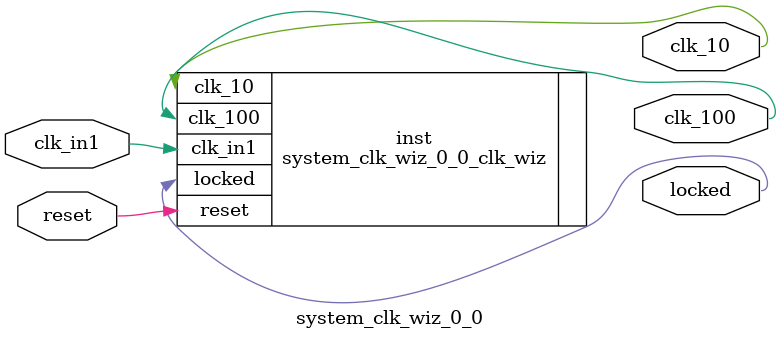
<source format=v>


`timescale 1ps/1ps

(* CORE_GENERATION_INFO = "system_clk_wiz_0_0,clk_wiz_v6_0_4_0_0,{component_name=system_clk_wiz_0_0,use_phase_alignment=true,use_min_o_jitter=false,use_max_i_jitter=false,use_dyn_phase_shift=false,use_inclk_switchover=false,use_dyn_reconfig=false,enable_axi=0,feedback_source=FDBK_AUTO,PRIMITIVE=MMCM,num_out_clk=2,clkin1_period=10.000,clkin2_period=10.000,use_power_down=false,use_reset=true,use_locked=true,use_inclk_stopped=false,feedback_type=SINGLE,CLOCK_MGR_TYPE=NA,manual_override=false}" *)

module system_clk_wiz_0_0 
 (
  // Clock out ports
  output        clk_100,
  output        clk_10,
  // Status and control signals
  input         reset,
  output        locked,
 // Clock in ports
  input         clk_in1
 );

  system_clk_wiz_0_0_clk_wiz inst
  (
  // Clock out ports  
  .clk_100(clk_100),
  .clk_10(clk_10),
  // Status and control signals               
  .reset(reset), 
  .locked(locked),
 // Clock in ports
  .clk_in1(clk_in1)
  );

endmodule

</source>
